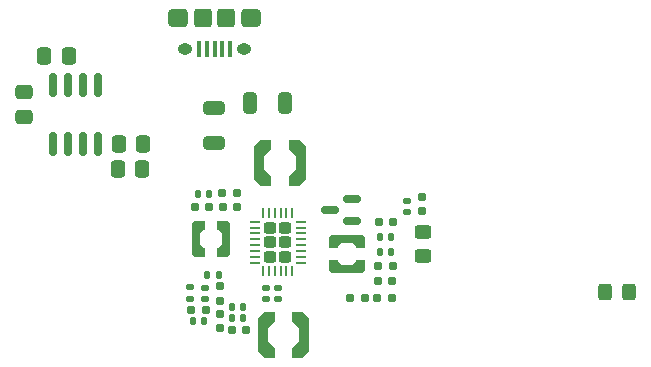
<source format=gbr>
%TF.GenerationSoftware,KiCad,Pcbnew,9.0.0-rc3*%
%TF.CreationDate,2025-02-21T17:02:01-08:00*%
%TF.ProjectId,LTC3556_v2.4,4c544333-3535-4365-9f76-322e342e6b69,rev?*%
%TF.SameCoordinates,Original*%
%TF.FileFunction,Paste,Top*%
%TF.FilePolarity,Positive*%
%FSLAX46Y46*%
G04 Gerber Fmt 4.6, Leading zero omitted, Abs format (unit mm)*
G04 Created by KiCad (PCBNEW 9.0.0-rc3) date 2025-02-21 17:02:01*
%MOMM*%
%LPD*%
G01*
G04 APERTURE LIST*
G04 Aperture macros list*
%AMRoundRect*
0 Rectangle with rounded corners*
0 $1 Rounding radius*
0 $2 $3 $4 $5 $6 $7 $8 $9 X,Y pos of 4 corners*
0 Add a 4 corners polygon primitive as box body*
4,1,4,$2,$3,$4,$5,$6,$7,$8,$9,$2,$3,0*
0 Add four circle primitives for the rounded corners*
1,1,$1+$1,$2,$3*
1,1,$1+$1,$4,$5*
1,1,$1+$1,$6,$7*
1,1,$1+$1,$8,$9*
0 Add four rect primitives between the rounded corners*
20,1,$1+$1,$2,$3,$4,$5,0*
20,1,$1+$1,$4,$5,$6,$7,0*
20,1,$1+$1,$6,$7,$8,$9,0*
20,1,$1+$1,$8,$9,$2,$3,0*%
%AMFreePoly0*
4,1,11,0.760000,0.825000,0.380000,0.510000,0.380000,-0.510000,0.760000,-0.825000,0.760000,-1.525000,-0.125000,-1.525000,-0.380000,-1.270000,-0.380000,1.270000,-0.125000,1.525000,0.760000,1.525000,0.760000,0.825000,0.760000,0.825000,$1*%
%AMFreePoly1*
4,1,11,1.015000,1.170000,0.435000,0.575000,0.435000,-0.575000,1.015000,-1.170000,1.015000,-1.945000,0.125000,-1.945000,-0.435000,-1.395000,-0.435000,1.395000,0.125000,1.945000,1.015000,1.945000,1.015000,1.170000,1.015000,1.170000,$1*%
%AMFreePoly2*
4,1,11,0.435000,1.395000,0.435000,-1.395000,-0.125000,-1.945000,-1.015000,-1.945000,-1.015000,-1.170000,-0.435000,-0.575000,-0.435000,0.575000,-1.015000,1.170000,-1.015000,1.945000,-0.125000,1.945000,0.435000,1.395000,0.435000,1.395000,$1*%
G04 Aperture macros list end*
%ADD10FreePoly0,0.000000*%
%ADD11FreePoly0,180.000000*%
%ADD12RoundRect,0.140000X-0.170000X0.140000X-0.170000X-0.140000X0.170000X-0.140000X0.170000X0.140000X0*%
%ADD13RoundRect,0.160000X0.197500X0.160000X-0.197500X0.160000X-0.197500X-0.160000X0.197500X-0.160000X0*%
%ADD14RoundRect,0.250000X-0.325000X-0.650000X0.325000X-0.650000X0.325000X0.650000X-0.325000X0.650000X0*%
%ADD15RoundRect,0.150000X0.587500X0.150000X-0.587500X0.150000X-0.587500X-0.150000X0.587500X-0.150000X0*%
%ADD16RoundRect,0.250000X0.337500X0.475000X-0.337500X0.475000X-0.337500X-0.475000X0.337500X-0.475000X0*%
%ADD17RoundRect,0.160000X-0.197500X-0.160000X0.197500X-0.160000X0.197500X0.160000X-0.197500X0.160000X0*%
%ADD18RoundRect,0.250000X-0.650000X0.325000X-0.650000X-0.325000X0.650000X-0.325000X0.650000X0.325000X0*%
%ADD19RoundRect,0.140000X-0.140000X-0.170000X0.140000X-0.170000X0.140000X0.170000X-0.140000X0.170000X0*%
%ADD20RoundRect,0.140000X0.140000X0.170000X-0.140000X0.170000X-0.140000X-0.170000X0.140000X-0.170000X0*%
%ADD21FreePoly0,90.000000*%
%ADD22FreePoly0,270.000000*%
%ADD23O,0.890000X1.550000*%
%ADD24O,1.250000X0.950000*%
%ADD25RoundRect,0.100000X0.100000X0.575000X-0.100000X0.575000X-0.100000X-0.575000X0.100000X-0.575000X0*%
%ADD26RoundRect,0.250000X0.475000X0.525000X-0.475000X0.525000X-0.475000X-0.525000X0.475000X-0.525000X0*%
%ADD27RoundRect,0.250000X0.500000X0.525000X-0.500000X0.525000X-0.500000X-0.525000X0.500000X-0.525000X0*%
%ADD28RoundRect,0.250000X-0.337500X-0.475000X0.337500X-0.475000X0.337500X0.475000X-0.337500X0.475000X0*%
%ADD29RoundRect,0.160000X0.160000X-0.197500X0.160000X0.197500X-0.160000X0.197500X-0.160000X-0.197500X0*%
%ADD30RoundRect,0.245000X-0.290000X-0.245000X0.290000X-0.245000X0.290000X0.245000X-0.290000X0.245000X0*%
%ADD31RoundRect,0.062500X-0.362500X-0.062500X0.362500X-0.062500X0.362500X0.062500X-0.362500X0.062500X0*%
%ADD32RoundRect,0.062500X-0.062500X-0.362500X0.062500X-0.362500X0.062500X0.362500X-0.062500X0.362500X0*%
%ADD33RoundRect,0.140000X0.170000X-0.140000X0.170000X0.140000X-0.170000X0.140000X-0.170000X-0.140000X0*%
%ADD34FreePoly1,180.000000*%
%ADD35FreePoly2,180.000000*%
%ADD36RoundRect,0.160000X-0.160000X0.197500X-0.160000X-0.197500X0.160000X-0.197500X0.160000X0.197500X0*%
%ADD37RoundRect,0.250000X0.450000X-0.325000X0.450000X0.325000X-0.450000X0.325000X-0.450000X-0.325000X0*%
%ADD38RoundRect,0.250000X0.475000X-0.337500X0.475000X0.337500X-0.475000X0.337500X-0.475000X-0.337500X0*%
%ADD39RoundRect,0.150000X-0.150000X0.825000X-0.150000X-0.825000X0.150000X-0.825000X0.150000X0.825000X0*%
%ADD40RoundRect,0.250000X-0.325000X-0.450000X0.325000X-0.450000X0.325000X0.450000X-0.325000X0.450000X0*%
G04 APERTURE END LIST*
D10*
%TO.C,L3*%
X134287500Y-99682500D03*
D11*
X136827500Y-99682500D03*
%TD*%
D12*
%TO.C,C14*%
X133760000Y-103730000D03*
X133760000Y-104690000D03*
%TD*%
D13*
%TO.C,R14*%
X137717500Y-95767000D03*
X136522500Y-95767000D03*
%TD*%
D14*
%TO.C,C1*%
X138855000Y-88130000D03*
X141805000Y-88130000D03*
%TD*%
D15*
%TO.C,Q1*%
X147477500Y-98155000D03*
X147477500Y-96255000D03*
X145602500Y-97205000D03*
%TD*%
D16*
%TO.C,C16*%
X129747500Y-93755000D03*
X127672500Y-93755000D03*
%TD*%
D17*
%TO.C,R1*%
X149643500Y-104648000D03*
X150838500Y-104648000D03*
%TD*%
D18*
%TO.C,C2*%
X135800000Y-88535000D03*
X135800000Y-91485000D03*
%TD*%
D19*
%TO.C,C9*%
X149836300Y-100737500D03*
X150796300Y-100737500D03*
%TD*%
D20*
%TO.C,C8*%
X134990000Y-106620000D03*
X134030000Y-106620000D03*
%TD*%
D21*
%TO.C,L2*%
X147100000Y-102220000D03*
D22*
X147100000Y-99680000D03*
%TD*%
D19*
%TO.C,C7*%
X135250000Y-102670000D03*
X136210000Y-102670000D03*
%TD*%
D13*
%TO.C,R4*%
X135380000Y-96910000D03*
X134185000Y-96910000D03*
%TD*%
%TO.C,R7*%
X137722500Y-96915000D03*
X136527500Y-96915000D03*
%TD*%
%TO.C,R13*%
X135087500Y-105680000D03*
X133892500Y-105680000D03*
%TD*%
D23*
%TO.C,J1*%
X139350000Y-80894400D03*
D24*
X138350000Y-83594400D03*
X133350000Y-83594400D03*
D23*
X132350000Y-80894400D03*
D25*
X137150000Y-83594400D03*
X136500000Y-83594400D03*
X135850000Y-83594400D03*
X135200000Y-83594400D03*
X134550000Y-83594400D03*
D26*
X138875000Y-80894400D03*
D27*
X136850000Y-80894400D03*
X134850000Y-80894400D03*
D26*
X132825000Y-80894400D03*
%TD*%
D28*
%TO.C,C18*%
X127727500Y-91567500D03*
X129802500Y-91567500D03*
%TD*%
D29*
%TO.C,R11*%
X136310000Y-107147500D03*
X136310000Y-105952500D03*
%TD*%
D30*
%TO.C,U1*%
X140530000Y-98700000D03*
X140530000Y-99920000D03*
X140530000Y-101140000D03*
X141850000Y-98700000D03*
X141850000Y-99920000D03*
X141850000Y-101140000D03*
D31*
X139240000Y-98170000D03*
X139240000Y-98670000D03*
X139240000Y-99170000D03*
X139240000Y-99670000D03*
X139240000Y-100170000D03*
X139240000Y-100670000D03*
X139240000Y-101170000D03*
X139240000Y-101670000D03*
D32*
X139940000Y-102370000D03*
X140440000Y-102370000D03*
X140940000Y-102370000D03*
X141440000Y-102370000D03*
X141940000Y-102370000D03*
X142440000Y-102370000D03*
D31*
X143140000Y-101670000D03*
X143140000Y-101170000D03*
X143140000Y-100670000D03*
X143140000Y-100170000D03*
X143140000Y-99670000D03*
X143140000Y-99170000D03*
X143140000Y-98670000D03*
X143140000Y-98170000D03*
D32*
X142440000Y-97470000D03*
X141940000Y-97470000D03*
X141440000Y-97470000D03*
X140940000Y-97470000D03*
X140440000Y-97470000D03*
X139940000Y-97470000D03*
%TD*%
D33*
%TO.C,C4*%
X140210000Y-104740000D03*
X140210000Y-103780000D03*
%TD*%
D12*
%TO.C,C13*%
X152180000Y-96430000D03*
X152180000Y-97390000D03*
%TD*%
D16*
%TO.C,C15*%
X123490000Y-84175000D03*
X121415000Y-84175000D03*
%TD*%
D13*
%TO.C,R6*%
X150965500Y-98171000D03*
X149770500Y-98171000D03*
%TD*%
D34*
%TO.C,L1*%
X143462500Y-107792500D03*
D35*
X139932500Y-107792500D03*
%TD*%
D36*
%TO.C,R5*%
X153427500Y-96085000D03*
X153427500Y-97280000D03*
%TD*%
D37*
%TO.C,D1*%
X153527500Y-101087500D03*
X153527500Y-99037500D03*
%TD*%
D12*
%TO.C,C10*%
X135049500Y-103774500D03*
X135049500Y-104734500D03*
%TD*%
D19*
%TO.C,C3*%
X134450000Y-95800000D03*
X135410000Y-95800000D03*
%TD*%
%TO.C,C12*%
X149822500Y-99462500D03*
X150782500Y-99462500D03*
%TD*%
D13*
%TO.C,R8*%
X138547500Y-107350000D03*
X137352500Y-107350000D03*
%TD*%
D20*
%TO.C,C11*%
X138260000Y-105390000D03*
X137300000Y-105390000D03*
%TD*%
D38*
%TO.C,C17*%
X119722500Y-89272500D03*
X119722500Y-87197500D03*
%TD*%
D33*
%TO.C,C5*%
X141250000Y-104750000D03*
X141250000Y-103790000D03*
%TD*%
D17*
%TO.C,R12*%
X149692000Y-103238500D03*
X150887000Y-103238500D03*
%TD*%
D39*
%TO.C,U2*%
X125957500Y-86610000D03*
X124687500Y-86610000D03*
X123417500Y-86610000D03*
X122147500Y-86610000D03*
X122147500Y-91560000D03*
X123417500Y-91560000D03*
X124687500Y-91560000D03*
X125957500Y-91560000D03*
%TD*%
D34*
%TO.C,L7*%
X143164500Y-93180100D03*
D35*
X139634500Y-93180100D03*
%TD*%
D19*
%TO.C,C6*%
X137320000Y-106340000D03*
X138280000Y-106340000D03*
%TD*%
D13*
%TO.C,R3*%
X148552500Y-104648000D03*
X147357500Y-104648000D03*
%TD*%
D17*
%TO.C,R9*%
X149730000Y-101962500D03*
X150925000Y-101962500D03*
%TD*%
D40*
%TO.C,D2*%
X168877500Y-104170000D03*
X170927500Y-104170000D03*
%TD*%
D36*
%TO.C,R10*%
X136319500Y-103657000D03*
X136319500Y-104852000D03*
%TD*%
M02*

</source>
